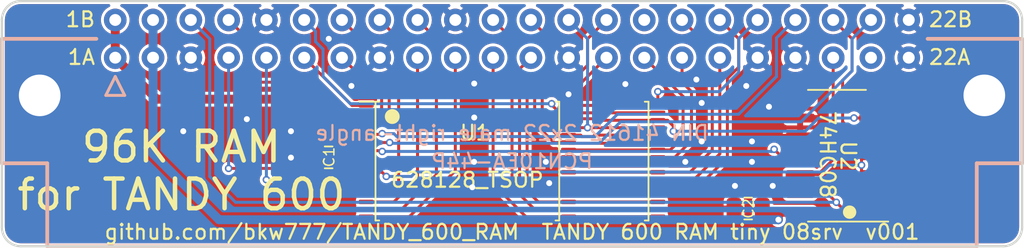
<source format=kicad_pcb>
(kicad_pcb (version 20211014) (generator pcbnew)
  (title_block (title "TANDY 600 RAM tiny 08srv") (date "2022-09-24") (rev "001") (company "Brian K. White - b.kenyon.w@gmail.com") (comment 1 "LICENSE: CC-BY-SA 4.0") (comment 2 "github.com/bkw777/TANDY_600_RAM"))
  (layers (0 "F.Cu" signal) (31 "B.Cu" signal) (34 "B.Paste" user) (35 "F.Paste" user) (36 "B.SilkS" user "B.Silkscreen") (37 "F.SilkS" user "F.Silkscreen") (38 "B.Mask" user) (39 "F.Mask" user) (44 "Edge.Cuts" user))
  (net 0 "")
  (net 1 "GND")
  (net 2 "VMEM")
  (net 3 "VCC")
  (net 4 "/A14")
  (net 5 "/A13")
  (net 6 "/A12")
  (net 7 "/A11")
  (net 8 "/A10")
  (net 9 "/A9")
  (net 10 "/A8")
  (net 11 "/A7")
  (net 12 "/A6")
  (net 13 "/A5")
  (net 14 "/A4")
  (net 15 "/A3")
  (net 16 "/A2")
  (net 17 "/A1")
  (net 18 "/A0")
  (net 19 "/D7")
  (net 20 "/D6")
  (net 21 "/D5")
  (net 22 "/D4")
  (net 23 "/D3")
  (net 24 "/D2")
  (net 25 "/D1")
  (net 26 "/D0")
  (net 27 "/~{OE}")
  (net 28 "/~{WE}")
  (net 29 "/CS2")
  (net 30 "/A15")
  (net 31 "/A16")
  (net 32 "/~{CS1}")
  (net 33 "/~{CS1_B}")
  (net 34 "/~{CS1_C}")
  (net 35 "/~{CS1_A}")
  (footprint "000_LOCAL:TSOP32-dual" (layer "F.Cu") (at 146.05 109.74912)
    (fp_text reference "U1" (at -2.492 -1.905) (layer "F.SilkS"))
    (fp_text value "628128_TSOP" (at -3 1.27) (layer "F.SilkS"))
    (fp_line (start 3.175 -4) (end 2.925 -4) (layer "F.SilkS") (width 0.12))
    (fp_line (start 3.175 4) (end 2.925 4) (layer "F.SilkS") (width 0.12))
    (fp_line (start 9.175 4) (end 9.175 -4) (layer "F.SilkS") (width 0.12))
    (fp_line (start -10.25 -4) (end -8.925 -4) (layer "F.SilkS") (width 0.12))
    (fp_line (start 9.175 -4) (end 8.925 -4) (layer "F.SilkS") (width 0.12))
    (fp_line (start 9.175 4) (end 8.925 4) (layer "F.SilkS") (width 0.12))
    (fp_line (start -9.175 -4) (end -9.175 4) (layer "F.SilkS") (width 0.12))
    (fp_line (start -9.175 4) (end -8.925 4) (layer "F.SilkS") (width 0.12))
    (fp_line (start 3.175 4) (end 3.175 -4) (layer "F.SilkS") (width 0.12))
    (fp_circle (center -8.05 -3) (end -8.05 -2.75) (layer "F.SilkS") (width 0.5) (fill none))
    (pad "1" smd roundrect (at -9.8 -3.75 270) (size 0.3 1) (layers "F.Cu" "F.Paste" "F.Mask") (net 7 "/A11"))
    (pad "2" smd roundrect (at -9.8 -3.25 270) (size 0.3 1) (layers "F.Cu" "F.Paste" "F.Mask") (net 9 "/A9"))
    (pad "3" smd roundrect (at -9.8 -2.75 270) (size 0.3 1) (layers "F.Cu" "F.Paste" "F.Mask") (net 10 "/A8"))
    (pad "4" smd roundrect (at -9.8 -2.25 270) (size 0.3 1) (layers "F.Cu" "F.Paste" "F.Mask") (net 5 "/A13"))
    (pad "5" smd roundrect (at -9.8 -1.75 270) (size 0.3 1) (layers "F.Cu" "F.Paste" "F.Mask") (net 28 "/~{WE}"))
    (pad "6" smd roundrect (at -9.8 -1.25 270) (size 0.3 1) (layers "F.Cu" "F.Paste" "F.Mask") (net 29 "/CS2"))
    (pad "7" smd roundrect (at -9.8 -0.75 270) (size 0.3 1) (layers "F.Cu" "F.Paste" "F.Mask") (net 30 "/A15"))
    (pad "8" smd roundrect (at -9.8 -0.25 270) (size 0.3 1) (layers "F.Cu" "F.Paste" "F.Mask") (net 2 "VMEM"))
    (pad "9" smd roundrect (at -9.8 0.25 270) (size 0.3 1) (layers "F.Cu" "F.Paste" "F.Mask"))
    (pad "10" smd roundrect (at -9.8 0.75 270) (size 0.3 1) (layers "F.Cu" "F.Paste" "F.Mask") (net 31 "/A16"))
    (pad "11" smd roundrect (at -9.8 1.25 270) (size 0.3 1) (layers "F.Cu" "F.Paste" "F.Mask") (net 4 "/A14"))
    (pad "12" smd roundrect (at -9.8 1.75 270) (size 0.3 1) (layers "F.Cu" "F.Paste" "F.Mask") (net 6 "/A12"))
    (pad "13" smd roundrect (at -9.8 2.25 270) (size 0.3 1) (layers "F.Cu" "F.Paste" "F.Mask") (net 11 "/A7"))
    (pad "14" smd roundrect (at -9.8 2.75 270) (size 0.3 1) (layers "F.Cu" "F.Paste" "F.Mask") (net 12 "/A6"))
    (pad "15" smd roundrect (at -9.8 3.25 270) (size 0.3 1) (layers "F.Cu" "F.Paste" "F.Mask") (net 13 "/A5"))
    (pad "16" smd roundrect (at -9.8 3.75 270) (size 0.3 1) (layers "F.Cu" "F.Paste" "F.Mask") (net 14 "/A4"))
    (pad "17" smd roundrect (at 9.8 3.75 270) (size 0.3 1) (layers "F.Cu" "F.Paste" "F.Mask") (net 15 "/A3"))
    (pad "17" smd roundrect (at 3.8 3.75 270) (size 0.3 1) (layers "F.Cu" "F.Paste" "F.Mask") (net 15 "/A3"))
    (pad "18" smd roundrect (at 3.8 3.25 270) (size 0.3 1) (layers "F.Cu" "F.Paste" "F.Mask") (net 16 "/A2"))
    (pad "18" smd roundrect (at 9.8 3.25 270) (size 0.3 1) (layers "F.Cu" "F.Paste" "F.Mask") (net 16 "/A2"))
    (pad "19" smd roundrect (at 9.8 2.75 270) (size 0.3 1) (layers "F.Cu" "F.Paste" "F.Mask") (net 17 "/A1"))
    (pad "19" smd roundrect (at 3.8 2.75 270) (size 0.3 1) (layers "F.Cu" "F.Paste" "F.Mask") (net 17 "/A1"))
    (pad "20" smd roundrect (at 9.8 2.25 270) (size 0.3 1) (layers "F.Cu" "F.Paste" "F.Mask") (net 18 "/A0"))
    (pad "20" smd roundrect (at 3.8 2.25 270) (size 0.3 1) (layers "F.Cu" "F.Paste" "F.Mask") (net 18 "/A0"))
    (pad "21" smd roundrect (at 9.8 1.75 270) (size 0.3 1) (layers "F.Cu" "F.Paste" "F.Mask") (net 26 "/D0"))
    (pad "21" smd roundrect (at 3.8 1.75 270) (size 0.3 1) (layers "F.Cu" "F.Paste" "F.Mask") (net 26 "/D0"))
    (pad "22" smd roundrect (at 9.8 1.25 270) (size 0.3 1) (layers "F.Cu" "F.Paste" "F.Mask") (net 25 "/D1"))
    (pad "22" smd roundrect (at 3.8 1.25 270) (size 0.3 1) (layers "F.Cu" "F.Paste" "F.Mask") (net 25 "/D1"))
    (pad "23" smd roundrect (at 3.8 0.75 270) (size 0.3 1) (layers "F.Cu" "F.Paste" "F.Mask") (net 24 "/D2"))
    (pad "23" smd roundrect (at 9.8 0.75 270) (size 0.3 1) (layers "F.Cu" "F.Paste" "F.Mask") (net 24 "/D2"))
    (pad "24" smd roundrect (at 3.8 0.25 270) (size 0.3 1) (layers "F.Cu" "F.Paste" "F.Mask") (net 1 "GND"))
    (pad "24" smd roundrect (at 9.8 0.25 270) (size 0.3 1) (layers "F.Cu" "F.Paste" "F.Mask") (net 1 "GND"))
    (pad "25" smd roundrect (at 9.8 -0.25 270) (size 0.3 1) (layers "F.Cu" "F.Paste" "F.Mask") (net 23 "/D3"))
    (pad "25" smd roundrect (at 3.8 -0.25 270) (size 0.3 1) (layers "F.Cu" "F.Paste" "F.Mask") (net 23 "/D3"))
    (pad "26" smd roundrect (at 3.8 -0.75 270) (size 0.3 1) (layers "F.Cu" "F.Paste" "F.Mask") (net 22 "/D4"))
    (pad "26" smd roundrect (at 9.8 -0.75 270) (size 0.3 1) (layers "F.Cu" "F.Paste" "F.Mask") (net 22 "/D4"))
    (pad "27" smd roundrect (at 9.8 -1.25 270) (size 0.3 1) (layers "F.Cu" "F.Paste" "F.Mask") (net 21 "/D5"))
    (pad "27" smd roundrect (at 3.8 -1.25 270) (size 0.3 1) (layers "F.Cu" "F.Paste" "F.Mask") (net 21 "/D5"))
    (pad "28" smd roundrect (at 9.8 -1.75 270) (size 0.3 1) (layers "F.Cu" "F.Paste" "F.Mask") (net 20 "/D6"))
    (pad "28" smd roundrect (at 3.8 -1.75 270) (size 0.3 1) (layers "F.Cu" "F.Paste" "F.Mask") (net 20 "/D6"))
    (pad "29" smd roundrect (at 3.8 -2.25 270) (size 0.3 1) (layers "F.Cu" "F.Paste" "F.Mask") (net 19 "/D7"))
    (pad "29" smd roundrect (at 9.8 -2.25 270) (size 0.3 1) (layers "F.Cu" "F.Paste" "F.Mask") (net 19 "/D7"))
    (pad "30" smd roundrect (at 9.8 -2.75 270) (size 0.3 1) (layers "F.Cu" "F.Paste" "F.Mask") (net 32 "/~{CS1}"))
    (pad "30" smd roundrect (at 3.8 -2.75 270) (size 0.3 1) (layers "F.Cu" "F.Paste" "F.Mask") (net 32 "/~{CS1}"))
    (pad "31" smd roundrect (at 9.8 -3.25 270) (size 0.3 1) (layers "F.Cu" "F.Paste" "F.Mask") (net 8 "/A10"))
    (pad "31" smd roundrect (at 3.8 -3.25 270) (size 0.3 1) (layers "F.Cu" "F.Paste" "F.Mask") (net 8 "/A10"))
    (pad "32" smd roundrect (at 3.8 -3.75 270) (size 0.3 1) (layers "F.Cu" "F.Paste" "F.Mask") (net 27 "/~{OE}"))
    (pad "32" smd roundrect (at 9.8 -3.75 270) (size 0.3 1) (layers "F.Cu" "F.Paste" "F.Mask") (net 27 "/~{OE}"))
  )
  (footprint "000_LOCAL:SOIC-14_3.9x8.7mm_P1.27mm" (layer "F.Cu") (at 167.894 109.38812 180)
    (fp_text reference "U2" (at -0.762 -0.006 270 unlocked) (layer "F.SilkS"))
    (fp_text value "74HC08" (at 0.635 0.07612 270 unlocked) (layer "F.SilkS"))
    (fp_line (start 0 4.435) (end -1.95 4.435) (layer "F.SilkS") (width 0.12))
    (fp_line (start 0 4.435) (end 1.95 4.435) (layer "F.SilkS") (width 0.12))
    (fp_line (start 0 -4.435) (end 1.95 -4.435) (layer "F.SilkS") (width 0.12))
    (fp_line (start 0 -4.435) (end -3.45 -4.435) (layer "F.SilkS") (width 0.12))
    (fp_circle (center -0.85 -3.8) (end -0.45 -3.8) (layer "F.SilkS") (width 0.1) (fill solid))
    (pad "1" smd roundrect (at -2.475 -3.81 180) (size 1.95 0.6) (layers "F.Cu" "F.Paste" "F.Mask") (net 35 "/~{CS1_A}"))
    (pad "2" smd roundrect (at -2.475 -2.54 180) (size 1.95 0.6) (layers "F.Cu" "F.Paste" "F.Mask") (net 33 "/~{CS1_B}"))
    (pad "3" smd roundrect (at -2.475 -1.27 180) (size 1.95 0.6) (layers "F.Cu" "F.Paste" "F.Mask") (net 31 "/A16"))
    (pad "4" smd roundrect (at -2.475 0 180) (size 1.95 0.6) (layers "F.Cu" "F.Paste" "F.Mask") (net 31 "/A16"))
    (pad "5" smd roundrect (at -2.475 1.27 180) (size 1.95 0.6) (layers "F.Cu" "F.Paste" "F.Mask") (net 34 "/~{CS1_C}"))
    (pad "6" smd roundrect (at -2.475 2.54 180) (size 1.95 0.6) (layers "F.Cu" "F.Paste" "F.Mask") (net 32 "/~{CS1}"))
    (pad "7" smd roundrect (at -2.475 3.81 180) (size 1.95 0.6) (layers "F.Cu" "F.Paste" "F.Mask") (net 1 "GND"))
    (pad "8" smd roundrect (at 2.475 3.81 180) (size 1.95 0.6) (layers "F.Cu" "F.Paste" "F.Mask"))
    (pad "9" smd roundrect (at 2.475 2.54 180) (size 1.95 0.6) (layers "F.Cu" "F.Paste" "F.Mask") (net 1 "GND"))
    (pad "10" smd roundrect (at 2.475 1.27 180) (size 1.95 0.6) (layers "F.Cu" "F.Paste" "F.Mask") (net 1 "GND"))
    (pad "11" smd roundrect (at 2.475 0 180) (size 1.95 0.6) (layers "F.Cu" "F.Paste" "F.Mask") (net 30 "/A15"))
    (pad "12" smd roundrect (at 2.475 -1.27 180) (size 1.95 0.6) (layers "F.Cu" "F.Paste" "F.Mask") (net 34 "/~{CS1_C}"))
    (pad "13" smd roundrect (at 2.475 -2.54 180) (size 1.95 0.6) (layers "F.Cu" "F.Paste" "F.Mask") (net 35 "/~{CS1_A}"))
    (pad "14" smd roundrect (at 2.475 -3.81 180) (size 1.95 0.6) (layers "F.Cu" "F.Paste" "F.Mask") (net 3 "VCC"))
  )
  (footprint "000_LOCAL:C_0805" (layer "F.Cu") (at 133.725 109.49912 180)
    (fp_text reference "C1" (at -0.0326 0.0198 90 unlocked) (layer "F.SilkS") (effects (font (size 0.7 0.7) (thickness 0.1))))
    (fp_text value "0.1uF")
    (fp_line (start -0.261252 -0.735) (end 0.261252 -0.735) (layer "F.SilkS") (width 0.12))
    (fp_line (start -0.261252 0.735) (end 0.261252 0.735) (layer "F.SilkS") (width 0.12))
    (pad "1" smd roundrect (at -0.95 0 180) (size 1 1.45) (layers "F.Cu" "F.Paste" "F.Mask") (net 2 "VMEM"))
    (pad "2" smd roundrect (at 0.95 0 180) (size 1 1.45) (layers "F.Cu" "F.Paste" "F.Mask") (net 1 "GND"))
  )
  (footprint "000_LOCAL:C_0805" (layer "F.Cu") (at 161.925 112.94412 180)
    (fp_text reference "C2" (at -0.025 0 90 unlocked) (layer "F.SilkS") (effects (font (size 0.7 0.7) (thickness 0.1))))
    (fp_text value "0.1uF")
    (fp_line (start -0.261252 0.735) (end 0.261252 0.735) (layer "F.SilkS") (width 0.12))
    (fp_line (start -0.261252 -0.735) (end 0.261252 -0.735) (layer "F.SilkS") (width 0.12))
    (pad "1" smd roundrect (at -0.95 0 180) (size 1 1.45) (layers "F.Cu" "F.Paste" "F.Mask") (net 3 "VCC"))
    (pad "2" smd roundrect (at 0.95 0 180) (size 1 1.45) (layers "F.Cu" "F.Paste" "F.Mask") (net 1 "GND"))
  )
  (footprint "000_LOCAL:DIN 41612 2x22 male right-angle" (layer "B.Cu") (at 146.05 101.51356 180)
    (fp_text reference "J1" hide)
    (fp_text value "DIN 41612 2x22 male right-angle" (at 0 -6.35) (layer "B.SilkS") (effects (justify mirror)))
    (fp_line (start 34.29 -8.382) (end 31.242 -8.382) (layer "B.SilkS") (width 0.254))
    (fp_line (start -31.242 -8.382) (end -34.29 -8.382) (layer "B.SilkS") (width 0.254))
    (fp_line (start 34.29 0) (end 34.29 -8.382) (layer "B.SilkS") (width 0.254))
    (fp_line (start -31.242 -13.97) (end -31.242 -8.382) (layer "B.SilkS") (width 0.254))
    (fp_line (start 31.242 -13.97) (end 31.242 -8.382) (layer "B.SilkS") (width 0.254))
    (fp_line (start -34.29 0) (end -34.29 -8.382) (layer "B.SilkS") (width 0.254))
    (fp_line (start 27.305 -3.81) (end 26.67 -2.54) (layer "B.SilkS") (width 0.2))
    (fp_line (start 31.242 -13.97) (end -31.242 -13.97) (layer "B.SilkS") (width 0.254))
    (fp_line (start 26.67 -2.54) (end 26.035 -3.81) (layer "B.SilkS") (width 0.2))
    (fp_line (start -27.94 0) (end -34.29 0) (layer "B.SilkS") (width 0.254))
    (fp_line (start 27.94 0) (end 34.29 0) (layer "B.SilkS") (width 0.254))
    (fp_line (start 26.035 -3.81) (end 27.305 -3.81) (layer "B.SilkS") (width 0.2))
    (pad "1A" thru_hole circle (at 26.67 -1.27 180) (size 1.524 1.524) (drill 0.8) (layers *.Cu *.Mask) (net 2 "VMEM"))
    (pad "1B" thru_hole circle (at 26.67 1.27 180) (size 1.524 1.524) (drill 0.8) (layers *.Cu *.Mask) (net 2 "VMEM"))
    (pad "2A" thru_hole circle (at 24.13 -1.27 180) (size 1.524 1.524) (drill 0.8) (layers *.Cu *.Mask) (net 3 "VCC"))
    (pad "2B" thru_hole circle (at 24.13 1.27 180) (size 1.524 1.524) (drill 0.8) (layers *.Cu *.Mask) (net 3 "VCC"))
    (pad "3A" thru_hole circle (at 21.59 -1.27 180) (size 1.524 1.524) (drill 0.8) (layers *.Cu *.Mask) (net 1 "GND"))
    (pad "3B" thru_hole circle (at 21.59 1.27 180) (size 1.524 1.524) (drill 0.8) (layers *.Cu *.Mask) (net 35 "/~{CS1_A}"))
    (pad "4A" thru_hole circle (at 19.05 -1.27 180) (size 1.524 1.524) (drill 0.8) (layers *.Cu *.Mask) (net 4 "/A14"))
    (pad "4B" thru_hole circle (at 19.05 1.27 180) (size 1.524 1.524) (drill 0.8) (layers *.Cu *.Mask) (net 5 "/A13"))
    (pad "5A" thru_hole circle (at 16.51 -1.27 180) (size 1.524 1.524) (drill 0.8) (layers *.Cu *.Mask) (net 6 "/A12"))
    (pad "5B" thru_hole circle (at 16.51 1.27 180) (size 1.524 1.524) (drill 0.8) (layers *.Cu *.Mask) (net 1 "GND"))
    (pad "6A" thru_hole circle (at 13.97 -1.27 180) (size 1.524 1.524) (drill 0.8) (layers *.Cu *.Mask) (net 7 "/A11"))
    (pad "6B" thru_hole circle (at 13.97 1.27 180) (size 1.524 1.524) (drill 0.8) (layers *.Cu *.Mask) (net 8 "/A10"))
    (pad "7A" thru_hole circle (at 11.43 -1.27 180) (size 1.524 1.524) (drill 0.8) (layers *.Cu *.Mask) (net 9 "/A9"))
    (pad "7B" thru_hole circle (at 11.43 1.27 180) (size 1.524 1.524) (drill 0.8) (layers *.Cu *.Mask) (net 10 "/A8"))
    (pad "8A" thru_hole circle (at 8.89 -1.27 180) (size 1.524 1.524) (drill 0.8) (layers *.Cu *.Mask) (net 1 "GND"))
    (pad "8B" thru_hole circle (at 8.89 1.27 180) (size 1.524 1.524) (drill 0.8) (layers *.Cu *.Mask) (net 11 "/A7"))
    (pad "9A" thru_hole circle (at 6.35 -1.27 180) (size 1.524 1.524) (drill 0.8) (layers *.Cu *.Mask) (net 12 "/A6"))
    (pad "9B" thru_hole circle (at 6.35 1.27 180) (size 1.524 1.524) (drill 0.8) (layers *.Cu *.Mask) (net 13 "/A5"))
    (pad "10A" thru_hole circle (at 3.81 -1.27 180) (size 1.524 1.524) (drill 0.8) (layers *.Cu *.Mask) (net 14 "/A4"))
    (pad "10B" thru_hole circle (at 3.81 1.27 180) (size 1.524 1.524) (drill 0.8) (layers *.Cu *.Mask) (net 1 "GND"))
    (pad "11A" thru_hole circle (at 1.27 -1.27 180) (size 1.524 1.524) (drill 0.8) (layers *.Cu *.Mask) (net 15 "/A3"))
    (pad "11B" thru_hole circle (at 1.27 1.27 180) (size 1.524 1.524) (drill 0.8) (layers *.Cu *.Mask) (net 16 "/A2"))
    (pad "12A" thru_hole circle (at -1.27 -1.27 180) (size 1.524 1.524) (drill 0.8) (layers *.Cu *.Mask) (net 17 "/A1"))
    (pad "12B" thru_hole circle (at -1.27 1.27 180) (size 1.524 1.524) (drill 0.8) (layers *.Cu *.Mask) (net 18 "/A0"))
    (pad "13A" thru_hole circle (at -3.81 -1.27 180) (size 1.524 1.524) (drill 0.8) (layers *.Cu *.Mask) (net 1 "GND"))
    (pad "13B" thru_hole circle (at -3.81 1.27 180) (size 1.524 1.524) (drill 0.8) (layers *.Cu *.Mask) (net 19 "/D7"))
    (pad "14A" thru_hole circle (at -6.35 -1.27 180) (size 1.524 1.524) (drill 0.8) (layers *.Cu *.Mask) (net 20 "/D6"))
    (pad "14B" thru_hole circle (at -6.35 1.27 180) (size 1.524 1.524) (drill 0.8) (layers *.Cu *.Mask) (net 21 "/D5"))
    (pad "15A" thru_hole circle (at -8.89 -1.27 180) (size 1.524 1.524) (drill 0.8) (layers *.Cu *.Mask) (net 22 "/D4"))
    (pad "15B" thru_hole circle (at -8.89 1.27 180) (size 1.524 1.524) (drill 0.8) (layers *.Cu *.Mask))
    (pad "16A" thru_hole circle (at -11.43 -1.27 180) (size 1.524 1.524) (drill 0.8) (layers *.Cu *.Mask) (net 23 "/D3"))
    (pad "16B" thru_hole circle (at -11.43 1.27 180) (size 1.524 1.524) (drill 0.8) (layers *.Cu *.Mask) (net 24 "/D2"))
    (pad "17A" thru_hole circle (at -13.97 -1.27 180) (size 1.524 1.524) (drill 0.8) (layers *.Cu *.Mask) (net 25 "/D1"))
    (pad "17B" thru_hole circle (at -13.97 1.27 180) (size 1.524 1.524) (drill 0.8) (layers *.Cu *.Mask) (net 26 "/D0"))
    (pad "18A" thru_hole circle (at -16.51 -1.27 180) (size 1.524 1.524) (drill 0.8) (layers *.Cu *.Mask) (net 1 "GND"))
    (pad "18B" thru_hole circle (at -16.51 1.27 180) (size 1.524 1.524) (drill 0.8) (layers *.Cu *.Mask) (net 27 "/~{OE}"))
    (pad "19A" thru_hole circle (at -19.05 -1.27 180) (size 1.524 1.524) (drill 0.8) (layers *.Cu *.Mask) (net 1 "GND"))
    (pad "19B" thru_hole circle (at -19.05 1.27 180) (size 1.524 1.524) (drill 0.8) (layers *.Cu *.Mask) (net 28 "/~{WE}"))
    (pad "20A" thru_hole circle (at -21.59 -1.27 180) (size 1.524 1.524) (drill 0.8) (layers *.Cu *.Mask) (net 34 "/~{CS1_C}"))
    (pad "20B" thru_hole circle (at -21.59 1.27 180) (size 1.524 1.524) (drill 0.8) (layers *.Cu *.Mask) (net 33 "/~{CS1_B}"))
    (pad "21A" thru_hole circle (at -24.13 -1.27 180) (size 1.524 1.524) (drill 0.8) (layers *.Cu *.Mask))
    (pad "21B" thru_hole circle (at -24.13 1.27 180) (size 1.524 1.524) (drill 0.8) (layers *.Cu *.Mask) (net 29 "/CS2"))
    (pad "22A" thru_hole circle (at -26.67 -1.27 180) (size 1.524 1.524) (drill 0.8) (layers *.Cu *.Mask) (net 1 "GND"))
    (pad "22B" thru_hole circle (at -26.67 1.27 180) (size 1.524 1.524) (drill 0.8) (layers *.Cu *.Mask) (net 1 "GND"))
    (pad "S1" thru_hole oval (at 31.75 -3.81 180) (size 2.999999 4.500001) (drill 2.799999) (layers *.Cu *.Mask) (net 1 "GND"))
    (pad "S2" thru_hole oval (at -31.75 -3.81 180) (size 2.999999 4.500001) (drill 2.799999) (layers *.Cu *.Mask) (net 1 "GND"))
  )
  (gr_arc (start 111.76 100.24356) (mid 112.13196 99.345509) (end 113.03 98.97356) (layer "Edge.Cuts") (width 0.15))
  (gr_arc (start 179.07 98.97356) (mid 179.968011 99.345537) (end 180.34 100.24356) (layer "Edge.Cuts") (width 0.15))
  (gr_line (start 180.34 114.21356) (end 180.34 100.24356) (layer "Edge.Cuts") (width 0.15))
  (gr_arc (start 180.34 114.21356) (mid 179.968011 115.11156) (end 179.07 115.48356) (layer "Edge.Cuts") (width 0.15))
  (gr_arc (start 113.03 115.48356) (mid 112.13196 115.111588) (end 111.76 114.21356) (layer "Edge.Cuts") (width 0.15))
  (gr_line (start 113.03 98.97356) (end 179.07 98.97356) (layer "Edge.Cuts") (width 0.15))
  (gr_line (start 179.07 115.48356) (end 113.03 115.48356) (layer "Edge.Cuts") (width 0.15))
  (gr_line (start 111.76 114.21356) (end 111.76 100.24356) (layer "Edge.Cuts") (width 0.15))
  (gr_text "PCN10EA-44P" (at 146.05 109.76856) (layer "B.SilkS") (effects (font (size 1 1)) (justify mirror)))
  (gr_text "22B" (at 173.99 100.20856) (layer "F.SilkS") (effects (font (size 1 1)) (justify left)))
  (gr_text "22A" (at 173.99 102.74856) (layer "F.SilkS") (effects (font (size 1 1)) (justify left)))
  (gr_text "1A" (at 118.11 102.74856) (layer "F.SilkS") (effects (font (size 1 1)) (justify right)))
  (gr_text "1B" (at 118.11 100.20856) (layer "F.SilkS") (effects (font (size 1 1)) (justify right)))
  (gr_text "${COMMENT2}  ${TITLE}  v${REVISION}" (at 146.05 114.52412) (layer "F.SilkS") (effects (font (size 1 1))))
  (gr_text "96K RAM\nfor TANDY 600" (at 123.825 110.40356) (layer "F.SilkS") (effects (font (size 2 2) (thickness 0.3))))
  (via (at 149.85 105.24912) (size 0.6) (drill 0.4) (layers "F.Cu" "B.Cu") (net 1))
  (via (at 161.798 104.68912) (size 0.6) (drill 0.4) (layers "F.Cu" "B.Cu") (net 1))
  (via (at 162.179 108.42412) (size 0.6) (drill 0.4) (layers "F.Cu" "B.Cu") (net 1))
  (via (at 148.325 109.79912) (size 0.6) (drill 0.4) (layers "F.Cu" "B.Cu") (net 1))
  (via (at 158.4452 104.25732) (size 0.6) (drill 0.4) (layers "F.Cu" "B.Cu") (net 1))
  (via (at 153.67 104.56156) (size 0.6) (drill 0.4) (layers "F.Cu" "B.Cu") (net 1))
  (via (at 143.383 111.51156) (size 0.6) (drill 0.4) (layers "F.Cu" "B.Cu") (net 1))
  (via (at 158.8008 108.42292) (size 0.6) (drill 0.4) (layers "F.Cu" "B.Cu") (net 1))
  (via (at 163.576 111.42012) (size 0.6) (drill 0.4) (layers "F.Cu" "B.Cu") (net 1))
  (via (at 161.036 111.42012) (size 0.6) (drill 0.4) (layers "F.Cu" "B.Cu") (net 1))
  (via (at 163.322 106.08612) (size 0.6) (drill 0.4) (layers "F.Cu" "B.Cu") (net 1))
  (via (at 158.8008 105.83212) (size 0.6) (drill 0.4) (layers "F.Cu" "B.Cu") (net 1))
  (via (at 123.952 107.73712) (size 0.6) (drill 0.4) (layers "F.Cu" "B.Cu") (net 1))
  (via (at 131.191 109.51512) (size 0.6) (drill 0.4) (layers "F.Cu" "B.Cu") (net 1))
  (via (at 131.191 107.73712) (size 0.6) (drill 0.4) (layers "F.Cu" "B.Cu") (net 1))
  (via (at 143.51 106.81256) (size 0.6) (drill 0.4) (layers "F.Cu" "B.Cu") (net 1))
  (via (at 148.55 111.23356) (size 0.6) (drill 0.4) (layers "F.Cu" "B.Cu") (net 1))
  (via (at 157.7 109.79912) (size 0.6) (drill 0.4) (layers "F.Cu" "B.Cu") (net 1))
  (via (at 133.731 101.51412) (size 0.6) (drill 0.4) (layers "F.Cu" "B.Cu") (net 1))
  (via (at 135.255 104.68912) (size 0.6) (drill 0.4) (layers "F.Cu" "B.Cu") (net 1))
  (via (at 128.225 106.92412) (size 0.6) (drill 0.4) (layers "F.Cu" "B.Cu") (net 1))
  (via (at 143.5 109.79912) (size 0.6) (drill 0.4) (layers "F.Cu" "B.Cu") (net 1))
  (via (at 162.179 109.79912) (size 0.6) (drill 0.4) (layers "F.Cu" "B.Cu") (net 1))
  (via (at 143.51 104.52656) (size 0.6) (drill 0.4) (layers "F.Cu" "B.Cu") (net 1))
  (segment (start 134.675 109.49912) (end 134.493 109.31712) (width 0.6) (layer "F.Cu") (net 2))
  (segment (start 136.25 109.49912) (end 134.675 109.49912) (width 0.3) (layer "F.Cu") (net 2))
  (segment (start 119.38 100.24356) (end 119.38 102.78356) (width 0.6) (layer "F.Cu") (net 2))
  (segment (start 131.7498 105.57812) (end 122.17456 105.57812) (width 0.6) (layer "F.Cu") (net 2))
  (segment (start 134.493 109.31712) (end 134.493 108.32132) (width 0.6) (layer "F.Cu") (net 2))
  (segment (start 134.493 108.32132) (end 131.7498 105.57812) (width 0.6) (layer "F.Cu") (net 2))
  (segment (start 122.17456 105.57812) (end 119.38 102.78356) (width 0.6) (layer "F.Cu") (net 2))
  (segment (start 163.129 113.19812) (end 162.875 112.94412) (width 0.6) (layer "F.Cu") (net 3))
  (segment (start 163.957 113.19812) (end 163.129 113.19812) (width 0.6) (layer "F.Cu") (net 3))
  (segment (start 163.957 113.69912) (end 163.957 113.19812) (width 0.6) (layer "F.Cu") (net 3))
  (segment (start 163.957 113.19812) (end 165.419 113.19812) (width 0.6) (layer "F.Cu") (net 3))
  (via (at 163.957 113.69912) (size 0.6) (drill 0.4) (layers "F.Cu" "B.Cu") (net 3))
  (segment (start 126.358 113.69912) (end 121.92 109.26112) (width 0.6) (layer "B.Cu") (net 3))
  (segment (start 121.92 100.24356) (end 121.92 102.78356) (width 0.6) (layer "B.Cu") (net 3))
  (segment (start 121.92 109.26112) (end 121.92 102.78356) (width 0.6) (layer "B.Cu") (net 3))
  (segment (start 163.957 113.69912) (end 126.358 113.69912) (width 0.6) (layer "B.Cu") (net 3))
  (segment (start 127 110.24156) (end 130.048 110.24156) (width 0.2) (layer "F.Cu") (net 4))
  (segment (start 130.80556 110.99912) (end 136.25 110.99912) (width 0.2) (layer "F.Cu") (net 4))
  (segment (start 130.048 110.24156) (end 130.80556 110.99912) (width 0.2) (layer "F.Cu") (net 4))
  (via (at 127 110.24156) (size 0.5) (drill 0.3) (layers "F.Cu" "B.Cu") (net 4))
  (segment (start 127 110.24156) (end 127 102.78356) (width 0.2) (layer "B.Cu") (net 4))
  (segment (start 136.25 107.49912) (end 135.2456 107.49912) (width 0.2) (layer "F.Cu") (net 5))
  (segment (start 128.27 101.51356) (end 127 100.24356) (width 0.2) (layer "F.Cu") (net 5))
  (segment (start 135.2456 107.49912) (end 132.18104 104.43456) (width 0.2) (layer "F.Cu") (net 5))
  (segment (start 128.27 103.67284) (end 128.27 101.51356) (width 0.2) (layer "F.Cu") (net 5))
  (segment (start 129.03172 104.43456) (end 128.27 103.67284) (width 0.2) (layer "F.Cu") (net 5))
  (segment (start 132.18104 104.43456) (end 129.03172 104.43456) (width 0.2) (layer "F.Cu") (net 5))
  (segment (start 129.54 111.00356) (end 130.03556 111.49912) (width 0.2) (layer "F.Cu") (net 6))
  (segment (start 130.03556 111.49912) (end 136.25 111.49912) (width 0.2) (layer "F.Cu") (net 6))
  (via (at 129.54 111.00356) (size 0.5) (drill 0.3) (layers "F.Cu" "B.Cu") (net 6))
  (segment (start 129.54 111.00356) (end 129.54 102.78356) (width 0.2) (layer "B.Cu") (net 6))
  (segment (start 132.08 102.78356) (end 135.29556 105.99912) (width 0.2) (layer "F.Cu") (net 7))
  (segment (start 135.29556 105.99912) (end 136.25 105.99912) (width 0.2) (layer "F.Cu") (net 7))
  (segment (start 155.85 106.49912) (end 149.255 106.49912) (width 0.2) (layer "F.Cu") (net 8))
  (segment (start 148.717 105.96112) (end 148.717 105.88356) (width 0.2) (layer "F.Cu") (net 8))
  (segment (start 149.255 106.49912) (end 148.717 105.96112) (width 0.2) (layer "F.Cu") (net 8))
  (via (at 148.717 105.88356) (size 0.5) (drill 0.3) (layers "F.Cu" "B.Cu") (net 8))
  (segment (start 132.842 101.00556) (end 132.08 100.24356) (width 0.2) (layer "B.Cu") (net 8))
  (segment (start 135.18 105.88356) (end 133.35 104.05356) (width 0.2) (layer "B.Cu") (net 8))
  (segment (start 148.717 105.88356) (end 135.18 105.88356) (width 0.2) (layer "B.Cu") (net 8))
  (segment (start 133.35 102.21262) (end 132.842 101.70462) (width 0.2) (layer "B.Cu") (net 8))
  (segment (start 133.35 104.05356) (end 133.35 102.21262) (width 0.2) (layer "B.Cu") (net 8))
  (segment (start 132.842 101.70462) (end 132.842 101.00556) (width 0.2) (layer "B.Cu") (net 8))
  (segment (start 134.62 102.78356) (end 137.287 105.45056) (width 0.2) (layer "F.Cu") (net 9))
  (segment (start 137.00044 106.49912) (end 136.25 106.49912) (width 0.2) (layer "F.Cu") (net 9))
  (segment (start 137.287 106.21256) (end 137.00044 106.49912) (width 0.2) (layer "F.Cu") (net 9))
  (segment (start 137.287 105.45056) (end 137.287 106.21256) (width 0.2) (layer "F.Cu") (net 9))
  (segment (start 135.89 101.51356) (end 134.62 100.24356) (width 0.2) (layer "F.Cu") (net 10))
  (segment (start 136.25 106.99912) (end 137.26244 106.99912) (width 0.2) (layer "F.Cu") (net 10))
  (segment (start 137.795 106.46656) (end 137.795 105.19712) (width 0.2) (layer "F.Cu") (net 10))
  (segment (start 137.26244 106.99912) (end 137.795 106.46656) (width 0.2) (layer "F.Cu") (net 10))
  (segment (start 135.89 103.29212) (end 135.89 101.51356) (width 0.2) (layer "F.Cu") (net 10))
  (segment (start 137.795 105.19712) (end 135.89 103.29212) (width 0.2) (layer "F.Cu") (net 10))
  (segment (start 138.43 111.16556) (end 138.43 101.51356) (width 0.2) (layer "F.Cu") (net 11))
  (segment (start 137.59644 111.99912) (end 138.43 111.16556) (width 0.2) (layer "F.Cu") (net 11))
  (segment (start 138.43 101.51356) (end 137.16 100.24356) (width 0.2) (layer "F.Cu") (net 11))
  (segment (start 136.25 111.99912) (end 137.59644 111.99912) (width 0.2) (layer "F.Cu") (net 11))
  (segment (start 138.11244 112.49912) (end 136.25 112.49912) (width 0.2) (layer "F.Cu") (net 12))
  (segment (start 139.7 110.91156) (end 138.11244 112.49912) (width 0.2) (layer "F.Cu") (net 12))
  (segment (start 139.7 102.78356) (end 139.7 110.91156) (width 0.2) (layer "F.Cu") (net 12))
  (segment (start 136.3 112.98356) (end 138.644 112.98356) (width 0.2) (layer "F.Cu") (net 13))
  (segment (start 138.644 112.98356) (end 140.97 110.65756) (width 0.2) (layer "F.Cu") (net 13))
  (segment (start 140.97 110.65756) (end 140.97 101.51356) (width 0.2) (layer "F.Cu") (net 13))
  (segment (start 140.97 101.51356) (end 139.7 100.24356) (width 0.2) (layer "F.Cu") (net 13))
  (segment (start 142.24 102.78356) (end 142.24 110.40356) (width 0.2) (layer "F.Cu") (net 14))
  (segment (start 139.14444 113.49912) (end 136.25 113.49912) (width 0.2) (layer "F.Cu") (net 14))
  (segment (start 142.24 110.40356) (end 139.14444 113.49912) (width 0.2) (layer "F.Cu") (net 14))
  (segment (start 155.85 113.49912) (end 146.98656 113.49912) (width 0.2) (layer "F.Cu") (net 15))
  (segment (start 146.98656 113.49912) (end 144.78 111.29256) (width 0.2) (layer "F.Cu") (net 15))
  (segment (start 144.78 111.29256) (end 144.78 102.78356) (width 0.2) (layer "F.Cu") (net 15))
  (segment (start 146.05 111.48356) (end 146.05 101.51356) (width 0.2) (layer "F.Cu") (net 16))
  (segment (start 147.56556 112.99912) (end 146.05 111.48356) (width 0.2) (layer "F.Cu") (net 16))
  (segment (start 146.05 101.51356) (end 144.78 100.24356) (width 0.2) (layer "F.Cu") (net 16))
  (segment (start 155.85 112.99912) (end 147.56556 112.99912) (width 0.2) (layer "F.Cu") (net 16))
  (segment (start 146.558 111.24156) (end 147.81556 112.49912) (width 0.2) (layer "F.Cu") (net 17))
  (segment (start 147.81556 112.49912) (end 155.85 112.49912) (width 0.2) (layer "F.Cu") (net 17))
  (segment (start 146.558 103.54556) (end 146.558 111.24156) (width 0.2) (layer "F.Cu") (net 17))
  (segment (start 147.32 102.78356) (end 146.558 103.54556) (width 0.2) (layer "F.Cu") (net 17))
  (segment (start 148.59 103.29212) (end 148.59 101.51356) (width 0.2) (layer "F.Cu") (net 18))
  (segment (start 155.85 111.99912) (end 148.06556 111.99912) (width 0.2) (layer "F.Cu") (net 18))
  (segment (start 148.06556 111.99912) (end 147.066 110.99956) (width 0.2) (layer "F.Cu") (net 18))
  (segment (start 147.066 110.99956) (end 147.066 104.81612) (width 0.2) (layer "F.Cu") (net 18))
  (segment (start 148.59 101.51356) (end 147.32 100.24356) (width 0.2) (layer "F.Cu") (net 18))
  (segment (start 147.066 104.81612) (end 148.59 103.29212) (width 0.2) (layer "F.Cu") (net 18))
  (segment (start 151.13 107.49912) (end 155.85 107.49912) (width 0.2) (layer "F.Cu") (net 19))
  (segment (start 151.13 107.49912) (end 149.85 107.49912) (width 0.2) (layer "F.Cu") (net 19))
  (via (at 151.13 107.49912) (size 0.5) (drill 0.3) (layers "F.Cu" "B.Cu") (net 19))
  (segment (start 151.13 107.49912) (end 151.13 101.51356) (width 0.2) (layer "B.Cu") (net 19))
  (segment (start 151.13 101.51356) (end 149.86 100.24356) (width 0.2) (layer "B.Cu") (net 19))
  (segment (start 150.62144 104.56212) (end 152.4 102.78356) (width 0.2) (layer "F.Cu") (net 20))
  (segment (start 148.082 105.32412) (end 148.844 104.56212) (width 0.2) (layer "F.Cu") (net 20))
  (segment (start 150.655 107.99912) (end 149.1 107.99912) (width 0.2) (layer "F.Cu") (net 20))
  (segment (start 148.844 104.56212) (end 150.62144 104.56212) (width 0.2) (layer "F.Cu") (net 20))
  (segment (start 150.755 108.09912) (end 150.655 107.99912) (width 0.2) (layer "F.Cu") (net 20))
  (segment (start 155.85 107.99912) (end 151.605 107.99912) (width 0.2) (layer "F.Cu") (net 20))
  (segment (start 149.1 107.99912) (end 148.082 106.98112) (width 0.2) (layer "F.Cu") (net 20))
  (segment (start 151.605 107.99912) (end 151.505 108.09912) (width 0.2) (layer "F.Cu") (net 20))
  (segment (start 148.082 106.98112) (end 148.082 105.32412) (width 0.2) (layer "F.Cu") (net 20))
  (segment (start 151.505 108.09912) (end 150.755 108.09912) (width 0.2) (layer "F.Cu") (net 20))
  (segment (start 149.9 108.54912) (end 149.85 108.49912) (width 0.2) (layer "F.Cu") (net 21))
  (segment (start 147.574 105.07012) (end 148.59056 104.05356) (width 0.2) (layer "F.Cu") (net 21))
  (segment (start 151.13 101.51356) (end 152.4 100.24356) (width 0.2) (layer "F.Cu") (net 21))
  (segment (start 148.59056 104.05356) (end 150.368 104.05356) (width 0.2) (layer "F.Cu") (net 21))
  (segment (start 149.85 108.49912) (end 148.875 108.49912) (width 0.2) (layer "F.Cu") (net 21))
  (segment (start 151.13 103.29156) (end 151.13 101.51356) (width 0.2) (layer "F.Cu") (net 21))
  (segment (start 148.875 108.49912) (end 147.574 107.19812) (width 0.2) (layer "F.Cu") (net 21))
  (segment (start 155.805 108.49412) (end 155.75 108.54912) (width 0.2) (layer "F.Cu") (net 21))
  (segment (start 147.574 107.19812) (end 147.574 105.07012) (width 0.2) (layer "F.Cu") (net 21))
  (segment (start 155.75 108.54912) (end 149.9 108.54912) (width 0.2) (layer "F.Cu") (net 21))
  (segment (start 150.368 104.05356) (end 151.13 103.29156) (width 0.2) (layer "F.Cu") (net 21))
  (segment (start 157.55 105.39356) (end 157.55 108.14323) (width 0.2) (layer "F.Cu") (net 22))
  (segment (start 156.69411 108.99912) (end 149.85 108.99912) (width 0.2) (layer "F.Cu") (net 22))
  (segment (start 154.94 102.78356) (end 157.55 105.39356) (width 0.2) (layer "F.Cu") (net 22))
  (segment (start 157.55 108.14323) (end 156.69411 108.99912) (width 0.2) (layer "F.Cu") (net 22))
  (segment (start 157.48 104.43512) (end 158.115 105.07012) (width 0.2) (layer "F.Cu") (net 23))
  (segment (start 158.115 108.37212) (end 156.988 109.49912) (width 0.2) (layer "F.Cu") (net 23))
  (segment (start 158.115 105.07012) (end 158.115 108.37212) (width 0.2) (layer "F.Cu") (net 23))
  (segment (start 156.988 109.49912) (end 149.85 109.49912) (width 0.2) (layer "F.Cu") (net 23))
  (segment (start 157.48 102.78356) (end 157.48 104.43512) (width 0.2) (layer "F.Cu") (net 23))
  (segment (start 158.75 103.39372) (end 159.512 104.15572) (width 0.2) (layer "F.Cu") (net 24))
  (segment (start 158.01944 110.49912) (end 149.85 110.49912) (width 0.2) (layer "F.Cu") (net 24))
  (segment (start 158.75 101.51356) (end 158.75 103.39372) (width 0.2) (layer "F.Cu") (net 24))
  (segment (start 157.48 100.24356) (end 158.75 101.51356) (width 0.2) (layer "F.Cu") (net 24))
  (segment (start 159.512 109.00656) (end 158.01944 110.49912) (width 0.2) (layer "F.Cu") (net 24))
  (segment (start 159.512 104.15572) (end 159.512 109.00656) (width 0.2) (layer "F.Cu") (net 24))
  (segment (start 160.02 109.26056) (end 158.28144 110.99912) (width 0.2) (layer "F.Cu") (net 25))
  (segment (start 158.28144 110.99912) (end 149.85 110.99912) (width 0.2) (layer "F.Cu") (net 25))
  (segment (start 160.02 102.78356) (end 160.02 109.26056) (width 0.2) (layer "F.Cu") (net 25))
  (segment (start 161.29 103.41912) (end 160.528 104.18112) (width 0.2) (layer "F.Cu") (net 26))
  (segment (start 160.528 104.18112) (end 160.528 109.51456) (width 0.2) (layer "F.Cu") (net 26))
  (segment (start 161.29 101.51356) (end 161.29 103.41912) (width 0.2) (layer "F.Cu") (net 26))
  (segment (start 158.54344 111.49912) (end 149.85 111.49912) (width 0.2) (layer "F.Cu") (net 26))
  (segment (start 160.02 100.24356) (end 161.29 101.51356) (width 0.2) (layer "F.Cu") (net 26))
  (segment (start 160.528 109.51456) (end 158.54344 111.49912) (width 0.2) (layer "F.Cu") (net 26))
  (segment (start 155.83444 105.99912) (end 149.86556 105.99912) (width 0.2) (layer "F.Cu") (net 27))
  (segment (start 155.8544 105.07012) (end 155.8544 105.97916) (width 0.2) (layer "F.Cu") (net 27))
  (segment (start 155.8544 105.97916) (end 155.83444 105.99912) (width 0.2) (layer "F.Cu") (net 27))
  (via (at 155.8544 105.07012) (size 0.5) (drill 0.3) (layers "F.Cu" "B.Cu") (net 27))
  (segment (start 159.98444 105.07012) (end 161.29 103.76456) (width 0.2) (layer "B.Cu") (net 27))
  (segment (start 161.29 103.76456) (end 161.29 101.49356) (width 0.2) (layer "B.Cu") (net 27))
  (segment (start 162.54 100.24356) (end 162.56 100.24356) (width 0.2) (layer "B.Cu") (net 27))
  (segment (start 161.29 101.49356) (end 162.54 100.24356) (width 0.2) (layer "B.Cu") (net 27))
  (segment (start 155.8544 105.07012) (end 159.98444 105.07012) (width 0.2) (layer "B.Cu") (net 27))
  (segment (start 137.275 107.94912) (end 136.3 107.94912) (width 0.2) (layer "F.Cu") (net 28))
  (segment (start 136.3 107.94912) (end 136.25 107.99912) (width 0.2) (layer "F.Cu") (net 28))
  (segment (start 137.325 107.89912) (end 137.275 107.94912) (width 0.2) (layer "F.Cu") (net 28))
  (via (at 137.325 107.89912) (size 0.5) (drill 0.3) (layers "F.Cu" "B.Cu") (net 28))
  (segment (start 165.04 100.24356) (end 165.1 100.24356) (width 0.2) (layer "B.Cu") (net 28))
  (segment (start 137.325 107.89912) (end 138.1125 107.89912) (width 0.2) (layer "B.Cu") (net 28))
  (segment (start 163.83 104.05412) (end 163.83 101.45356) (width 0.2) (layer "B.Cu") (net 28))
  (segment (start 151.625 108.09912) (end 153.13 106.59412) (width 0.2) (layer "B.Cu") (net 28))
  (segment (start 161.29 106.59412) (end 163.83 104.05412) (width 0.2) (layer "B.Cu") (net 28))
  (segment (start 138.1125 107.89912) (end 138.3125 108.09912) (width 0.2) (layer "B.Cu") (net 28))
  (segment (start 153.13 106.59412) (end 161.29 106.59412) (width 0.2) (layer "B.Cu") (net 28))
  (segment (start 163.83 101.45356) (end 165.04 100.24356) (width 0.2) (layer "B.Cu") (net 28))
  (segment (start 138.3125 108.09912) (end 151.625 108.09912) (width 0.2) (layer "B.Cu") (net 28))
  (segment (start 137.825 108.49912) (end 136.25 108.49912) (width 0.2) (layer "F.Cu") (net 29))
  (via (at 137.825 108.49912) (size 0.5) (drill 0.3) (layers "F.Cu" "B.Cu") (net 29))
  (segment (start 153.347 107.10212) (end 165.481 107.10212) (width 0.2) (layer "B.Cu") (net 29))
  (segment (start 137.875 108.54912) (end 151.9 108.54912) (width 0.2) (layer "B.Cu") (net 29))
  (segment (start 165.481 107.10212) (end 168.91 103.67312) (width 0.2) (layer "B.Cu") (net 29))
  (segment (start 168.91 101.51356) (end 170.18 100.24356) (width 0.2) (layer "B.Cu") (net 29))
  (segment (start 137.825 108.49912) (end 137.875 108.54912) (width 0.2) (layer "B.Cu") (net 29))
  (segment (start 151.9 108.54912) (end 153.347 107.10212) (width 0.2) (layer "B.Cu") (net 29))
  (segment (start 168.91 103.67312) (end 168.91 101.51356) (width 0.2) (layer "B.Cu") (net 29))
  (segment (start 163.67 108.95412) (end 164.104 109.38812) (width 0.2) (layer "F.Cu") (net 30))
  (segment (start 137.275 109.04912) (end 136.3 109.04912) (width 0.2) (layer "F.Cu") (net 30))
  (segment (start 164.104 109.38812) (end 165.419 109.38812) (width 0.2) (layer "F.Cu") (net 30))
  (segment (start 137.325 109.09912) (end 137.275 109.04912) (width 0.2) (layer "F.Cu") (net 30))
  (segment (start 136.3 109.04912) (end 136.25 108.99912) (width 0.2) (layer "F.Cu") (net 30))
  (via (at 163.67 108.95412) (size 0.5) (drill 0.3) (layers "F.Cu" "B.Cu") (net 30))
  (via (at 137.325 109.09912) (size 0.5) (drill 0.3) (layers "F.Cu" "B.Cu") (net 30))
  (segment (start 163.525 109.09912) (end 137.325 109.09912) (width 0.2) (layer "B.Cu") (net 30))
  (segment (start 163.67 108.95412) (end 163.525 109.09912) (width 0.2) (layer "B.Cu") (net 30))
  (segment (start 169.545 110.65812) (end 170.369 110.65812) (width 0.2) (layer "F.Cu") (net 31))
  (segment (start 170.369 109.38812) (end 169.545 109.38812) (width 0.2) (layer "F.Cu") (net 31))
  (segment (start 137.6 110.78356) (end 137.31556 110.49912) (width 0.2) (layer "F.Cu") (net 31))
  (segment (start 169.545 109.38812) (end 169.545 110.65812) (width 0.2) (layer "F.Cu") (net 31))
  (segment (start 137.31556 110.49912) (end 136.25 110.49912) (width 0.2) (layer "F.Cu") (net 31))
  (via (at 169.545 110.02312) (size 0.5) (drill 0.3) (layers "F.Cu" "B.Cu") (net 31))
  (via (at 137.6 110.78356) (size 0.5) (drill 0.3) (layers "F.Cu" "B.Cu") (net 31))
  (segment (start 167.386 110.02312) (end 166.92556 110.48356) (width 0.2) (layer "B.Cu") (net 31))
  (segment (start 139.285 110.78356) (end 137.6 110.78356) (width 0.2) (layer "B.Cu") (net 31))
  (segment (start 139.585 110.48356) (end 139.285 110.78356) (width 0.2) (layer "B.Cu") (net 31))
  (segment (start 166.92556 110.48356) (end 139.585 110.48356) (width 0.2) (layer "B.Cu") (net 31))
  (segment (start 169.545 110.02312) (end 167.386 110.02312) (width 0.2) (layer "B.Cu") (net 31))
  (segment (start 156.8958 107.38992) (end 156.505 106.99912) (width 0.2) (layer "F.Cu") (net 32))
  (segment (start 156.505 106.99912) (end 151.625 106.99912) (width 0.2) (layer "F.Cu") (net 32))
  (segment (start 151.625 106.99912) (end 151.525 106.89912) (width 0.2) (layer "F.Cu") (net 32))
  (segment (start 169.037 106.84812) (end 170.369 106.84812) (width 0.2) (layer "F.Cu") (net 32))
  (segment (start 151.525 106.89912) (end 150.725 106.89912) (width 0.2) (layer "F.Cu") (net 32))
  (segment (start 156.8958 107.73712) (end 156.8958 107.38992) (width 0.2) (layer "F.Cu") (net 32))
  (segment (start 150.725 106.89912) (end 150.625 106.99912) (width 0.2) (layer "F.Cu") (net 32))
  (segment (start 150.625 106.99912) (end 149.85 106.99912) (width 0.2) (layer "F.Cu") (net 32))
  (via (at 156.8958 107.73712) (size 0.5) (drill 0.3) (layers "F.Cu" "B.Cu") (net 32))
  (via (at 169.037 106.84812) (size 0.5) (drill 0.3) (layers "F.Cu" "B.Cu") (net 32))
  (segment (start 165.762 107.73712) (end 156.8958 107.73712) (width 0.2) (layer "B.Cu") (net 32))
  (segment (start 169.037 106.84812) (end 166.651 106.84812) (width 0.2) (layer "B.Cu") (net 32))
  (segment (start 166.651 106.84812) (end 165.762 107.73712) (width 0.2) (layer "B.Cu") (net 32))
  (segment (start 168.656 107.48312) (end 168.275 107.10212) (width 0.2) (layer "F.Cu") (net 33))
  (segment (start 168.91 103.67312) (end 168.91 101.51356) (width 0.2) (layer "F.Cu") (net 33))
  (segment (start 172.212 111.42012) (end 172.212 107.99112) (width 0.2) (layer "F.Cu") (net 33))
  (segment (start 168.91 101.51356) (end 167.64 100.24356) (width 0.2) (layer "F.Cu") (net 33))
  (segment (start 168.275 104.30812) (end 168.91 103.67312) (width 0.2) (layer "F.Cu") (net 33))
  (segment (start 170.369 111.92812) (end 171.704 111.92812) (width 0.2) (layer "F.Cu") (net 33))
  (segment (start 168.275 107.10212) (end 168.275 104.30812) (width 0.2) (layer "F.Cu") (net 33))
  (segment (start 171.704 107.48312) (end 168.656 107.48312) (width 0.2) (layer "F.Cu") (net 33))
  (segment (start 171.704 111.92812) (end 172.212 111.42012) (width 0.2) (layer "F.Cu") (net 33))
  (segment (start 172.212 107.99112) (end 171.704 107.48312) (width 0.2) (layer "F.Cu") (net 33))
  (segment (start 167.64 109.64212) (end 166.624 110.65812) (width 0.2) (layer "F.Cu") (net 34))
  (segment (start 167.64 102.78356) (end 167.64 109.64212) (width 0.2) (layer "F.Cu") (net 34))
  (segment (start 166.624 110.65812) (end 165.419 110.65812) (width 0.2) (layer "F.Cu") (net 34))
  (segment (start 167.64 108.11812) (end 170.369 108.11812) (width 0.2) (layer "F.Cu") (net 34))
  (segment (start 167.254 111.92812) (end 168.524 113.19812) (width 0.2) (layer "F.Cu") (net 35))
  (segment (start 165.419 111.92812) (end 167.254 111.92812) (width 0.2) (layer "F.Cu") (net 35))
  (segment (start 168.524 113.19812) (end 170.369 113.19812) (width 0.2) (layer "F.Cu") (net 35))
  (via (at 167.85 112.52412) (size 0.5) (drill 0.3) (layers "F.Cu" "B.Cu") (net 35))
  (segment (start 127.469 112.52412) (end 125.73 110.78512) (width 0.2) (layer "B.Cu") (net 35))
  (segment (start 125.73 110.78512) (end 125.73 101.51356) (width 0.2) (layer "B.Cu") (net 35))
  (segment (start 167.85 112.52412) (end 127.469 112.52412) (width 0.2) (layer "B.Cu") (net 35))
  (segment (start 125.73 101.51356) (end 124.46 100.24356) (width 0.2) (layer "B.Cu") (net 35))
  (zone (net 1) (net_name "GND") (layer "F.Cu") (connect_pads (clearance 0.2)) (min_thickness 0.2) (fill yes (thermal_gap 0.2) (thermal_bridge_width 0.4) (smoothing fillet) (radius 0.1))
    (polygon (pts (xy 146.05 115.48356) (xy 111.76 115.48356) (xy 111.76 98.97356) (xy 180.34 98.97356) (xy 180.34 115.48356)))
  )
  (zone (net 1) (net_name "GND") (layer "B.Cu") (connect_pads (clearance 0.2)) (min_thickness 0.2) (fill yes (thermal_gap 0.2) (thermal_bridge_width 0.4) (smoothing fillet) (radius 0.1))
    (polygon (pts (xy 146.05 115.48356) (xy 111.76 115.48356) (xy 111.76 98.97356) (xy 180.34 98.97356) (xy 180.34 115.48356)))
  )
)
</source>
